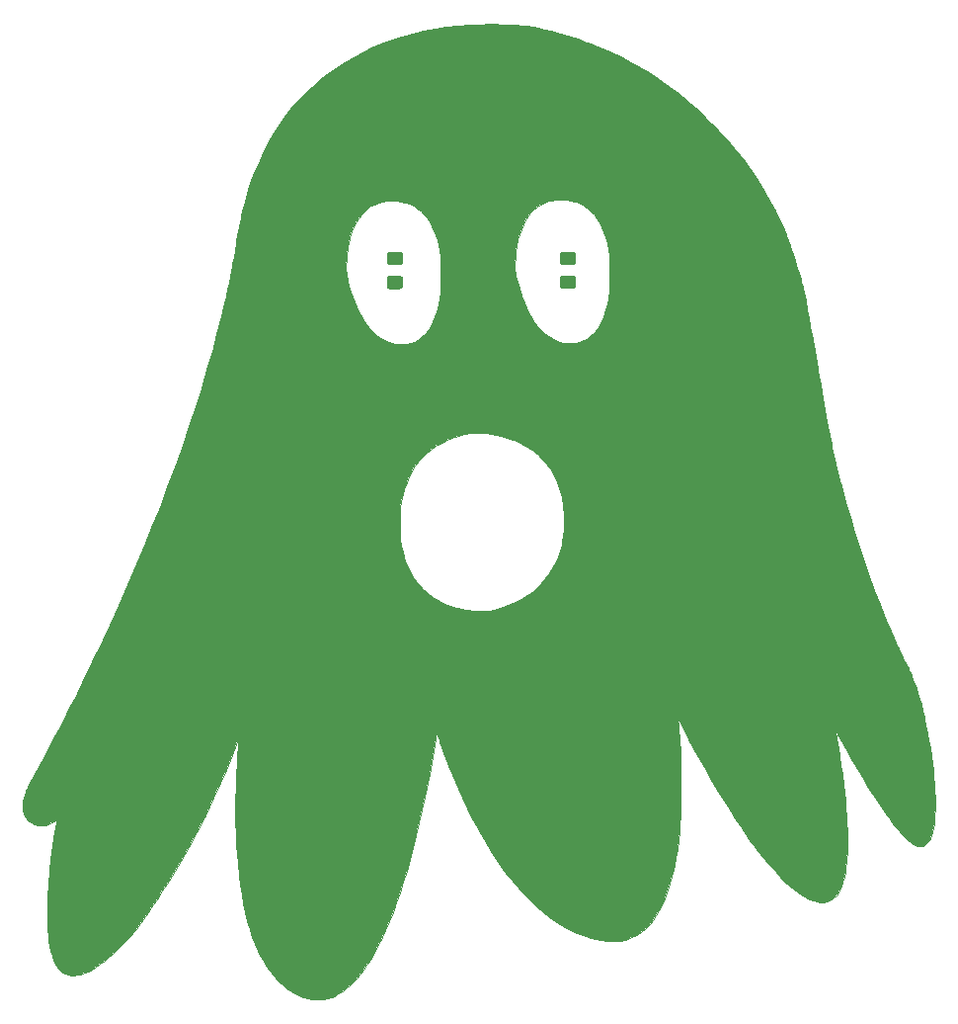
<source format=gbr>
%TF.GenerationSoftware,KiCad,Pcbnew,(5.1.7-0-10_14)*%
%TF.CreationDate,2020-10-21T09:07:25+08:00*%
%TF.ProjectId,HallowBadges,48616c6c-6f77-4426-9164-6765732e6b69,rev?*%
%TF.SameCoordinates,Original*%
%TF.FileFunction,Copper,L1,Top*%
%TF.FilePolarity,Positive*%
%FSLAX46Y46*%
G04 Gerber Fmt 4.6, Leading zero omitted, Abs format (unit mm)*
G04 Created by KiCad (PCBNEW (5.1.7-0-10_14)) date 2020-10-21 09:07:25*
%MOMM*%
%LPD*%
G01*
G04 APERTURE LIST*
%TA.AperFunction,EtchedComponent*%
%ADD10C,0.010000*%
%TD*%
%TA.AperFunction,ViaPad*%
%ADD11C,0.800000*%
%TD*%
%TA.AperFunction,Conductor*%
%ADD12C,0.500000*%
%TD*%
G04 APERTURE END LIST*
D10*
%TO.C,Ref\u002A\u002A*%
G36*
X134995515Y-48057622D02*
G01*
X135594784Y-48070080D01*
X136180298Y-48094300D01*
X136743007Y-48130092D01*
X137269644Y-48176836D01*
X137712049Y-48231528D01*
X138186297Y-48307333D01*
X138688230Y-48403087D01*
X139213693Y-48517625D01*
X139758530Y-48649783D01*
X140318584Y-48798398D01*
X140889700Y-48962304D01*
X141467721Y-49140339D01*
X142048492Y-49331337D01*
X142627855Y-49534134D01*
X143201657Y-49747567D01*
X143765739Y-49970471D01*
X143962988Y-50051711D01*
X144658499Y-50352388D01*
X145358884Y-50676599D01*
X146051871Y-51018323D01*
X146725190Y-51371536D01*
X147270894Y-51675165D01*
X148171075Y-52214334D01*
X149057475Y-52793433D01*
X149929883Y-53412296D01*
X150788089Y-54070755D01*
X151631885Y-54768643D01*
X152461061Y-55505791D01*
X153275407Y-56282034D01*
X154074712Y-57097202D01*
X154134790Y-57160690D01*
X154847701Y-57942410D01*
X155530463Y-58744698D01*
X156181790Y-59565575D01*
X156800396Y-60403058D01*
X157384995Y-61255168D01*
X157934300Y-62119922D01*
X158447026Y-62995340D01*
X158921885Y-63879442D01*
X159357593Y-64770245D01*
X159752862Y-65665769D01*
X159914125Y-66062014D01*
X159976321Y-66219912D01*
X160033935Y-66368654D01*
X160088576Y-66512889D01*
X160141855Y-66657267D01*
X160195381Y-66806436D01*
X160250764Y-66965048D01*
X160309615Y-67137751D01*
X160373542Y-67329194D01*
X160444155Y-67544029D01*
X160523065Y-67786903D01*
X160611881Y-68062467D01*
X160676976Y-68265340D01*
X160802925Y-68659739D01*
X160916132Y-69017447D01*
X161017490Y-69341849D01*
X161107896Y-69636330D01*
X161188245Y-69904275D01*
X161259433Y-70149070D01*
X161322355Y-70374098D01*
X161377906Y-70582746D01*
X161426983Y-70778399D01*
X161470480Y-70964441D01*
X161509293Y-71144257D01*
X161544317Y-71321234D01*
X161576449Y-71498754D01*
X161606583Y-71680205D01*
X161635615Y-71868970D01*
X161642351Y-71914597D01*
X161670154Y-72101582D01*
X161697513Y-72279408D01*
X161725355Y-72453218D01*
X161754610Y-72628153D01*
X161786204Y-72809356D01*
X161821067Y-73001970D01*
X161860125Y-73211136D01*
X161904308Y-73441997D01*
X161954544Y-73699695D01*
X162011760Y-73989372D01*
X162065779Y-74260595D01*
X162105006Y-74457109D01*
X162140689Y-74636360D01*
X162173398Y-74801586D01*
X162203706Y-74956023D01*
X162232182Y-75102910D01*
X162259400Y-75245483D01*
X162285931Y-75386979D01*
X162312345Y-75530636D01*
X162339215Y-75679690D01*
X162367112Y-75837378D01*
X162396608Y-76006939D01*
X162428273Y-76191609D01*
X162462680Y-76394624D01*
X162500400Y-76619223D01*
X162542004Y-76868643D01*
X162588064Y-77146120D01*
X162639151Y-77454891D01*
X162695837Y-77798195D01*
X162758694Y-78179267D01*
X162774510Y-78275180D01*
X162881213Y-78920101D01*
X162982242Y-79525835D01*
X163078144Y-80095073D01*
X163169463Y-80630501D01*
X163256747Y-81134809D01*
X163340541Y-81610684D01*
X163421390Y-82060815D01*
X163499842Y-82487890D01*
X163576442Y-82894598D01*
X163651736Y-83283627D01*
X163726270Y-83657665D01*
X163800590Y-84019400D01*
X163875242Y-84371520D01*
X163950772Y-84716715D01*
X164027725Y-85057672D01*
X164106649Y-85397080D01*
X164188089Y-85737626D01*
X164272590Y-86082000D01*
X164360699Y-86432889D01*
X164452962Y-86792982D01*
X164549925Y-87164967D01*
X164652134Y-87551533D01*
X164678902Y-87652014D01*
X165040010Y-88969583D01*
X165417474Y-90277001D01*
X165810184Y-91571094D01*
X166217029Y-92848690D01*
X166636898Y-94106615D01*
X167068683Y-95341696D01*
X167511271Y-96550761D01*
X167963554Y-97730636D01*
X168424419Y-98878148D01*
X168892758Y-99990124D01*
X169367460Y-101063392D01*
X169387024Y-101106482D01*
X169489416Y-101329715D01*
X169600183Y-101567528D01*
X169716143Y-101813332D01*
X169834116Y-102060542D01*
X169950922Y-102302569D01*
X170063380Y-102532826D01*
X170168308Y-102744726D01*
X170262528Y-102931681D01*
X170342858Y-103087104D01*
X170348410Y-103097638D01*
X170415369Y-103227219D01*
X170478477Y-103355732D01*
X170540138Y-103488879D01*
X170602758Y-103632359D01*
X170668741Y-103791871D01*
X170740492Y-103973115D01*
X170820417Y-104181792D01*
X170910919Y-104423601D01*
X170932998Y-104483191D01*
X171087167Y-104916804D01*
X171232893Y-105362273D01*
X171371885Y-105825565D01*
X171505848Y-106312652D01*
X171636488Y-106829501D01*
X171765513Y-107382083D01*
X171779132Y-107442847D01*
X171919556Y-108097159D01*
X172049312Y-108753380D01*
X172168147Y-109408715D01*
X172275805Y-110060369D01*
X172372032Y-110705546D01*
X172456574Y-111341451D01*
X172529176Y-111965289D01*
X172589584Y-112574264D01*
X172637542Y-113165582D01*
X172672798Y-113736447D01*
X172695096Y-114284064D01*
X172704182Y-114805637D01*
X172699800Y-115298372D01*
X172681698Y-115759472D01*
X172649620Y-116186143D01*
X172607737Y-116544514D01*
X172549018Y-116902875D01*
X172478576Y-117221883D01*
X172395863Y-117503012D01*
X172300332Y-117747742D01*
X172191435Y-117957547D01*
X172068626Y-118133905D01*
X171983707Y-118228663D01*
X171873907Y-118331745D01*
X171776382Y-118403663D01*
X171680957Y-118449143D01*
X171577454Y-118472909D01*
X171455698Y-118479687D01*
X171443227Y-118479622D01*
X171295555Y-118468004D01*
X171152513Y-118433743D01*
X171004363Y-118373533D01*
X170841368Y-118284071D01*
X170809784Y-118264658D01*
X170601148Y-118119742D01*
X170377354Y-117935749D01*
X170138658Y-117713027D01*
X169885316Y-117451927D01*
X169617584Y-117152799D01*
X169335718Y-116815991D01*
X169039973Y-116441853D01*
X168730606Y-116030736D01*
X168407872Y-115582988D01*
X168072027Y-115098960D01*
X167723328Y-114579001D01*
X167362030Y-114023461D01*
X166988390Y-113432689D01*
X166602662Y-112807035D01*
X166205103Y-112146849D01*
X165795969Y-111452481D01*
X165687333Y-111265706D01*
X165575522Y-111071964D01*
X165450405Y-110853413D01*
X165315676Y-110616626D01*
X165175026Y-110368177D01*
X165032150Y-110114638D01*
X164890740Y-109862583D01*
X164754489Y-109618585D01*
X164627092Y-109389216D01*
X164512240Y-109181051D01*
X164413626Y-109000661D01*
X164383835Y-108945680D01*
X164325945Y-108839356D01*
X164273000Y-108743627D01*
X164229126Y-108665840D01*
X164198451Y-108613343D01*
X164187666Y-108596430D01*
X164166190Y-108568642D01*
X164163024Y-108577190D01*
X164169239Y-108607014D01*
X164180652Y-108663503D01*
X164197886Y-108756566D01*
X164220066Y-108880978D01*
X164246312Y-109031513D01*
X164275746Y-109202945D01*
X164307492Y-109390049D01*
X164340670Y-109587600D01*
X164374404Y-109790371D01*
X164407816Y-109993136D01*
X164440027Y-110190672D01*
X164470160Y-110377751D01*
X164497337Y-110549148D01*
X164519822Y-110694024D01*
X164643749Y-111529267D01*
X164754093Y-112327288D01*
X164851106Y-113090873D01*
X164935040Y-113822809D01*
X165006149Y-114525880D01*
X165064686Y-115202874D01*
X165110901Y-115856577D01*
X165145050Y-116489775D01*
X165167384Y-117105253D01*
X165178155Y-117705799D01*
X165179297Y-117964595D01*
X165178082Y-118313807D01*
X165174002Y-118627796D01*
X165166686Y-118913600D01*
X165155762Y-119178254D01*
X165140862Y-119428797D01*
X165121613Y-119672264D01*
X165097646Y-119915692D01*
X165068589Y-120166120D01*
X165059535Y-120238097D01*
X164989617Y-120701306D01*
X164903070Y-121126650D01*
X164800012Y-121514006D01*
X164680561Y-121863251D01*
X164544832Y-122174263D01*
X164392943Y-122446919D01*
X164225011Y-122681096D01*
X164041153Y-122876673D01*
X163841486Y-123033525D01*
X163626126Y-123151530D01*
X163395190Y-123230566D01*
X163148796Y-123270511D01*
X162887061Y-123271240D01*
X162610100Y-123232633D01*
X162318032Y-123154565D01*
X162288644Y-123144801D01*
X161956705Y-123014346D01*
X161613200Y-122843466D01*
X161258368Y-122632388D01*
X160892451Y-122381342D01*
X160515689Y-122090555D01*
X160128325Y-121760255D01*
X159730600Y-121390670D01*
X159322754Y-120982028D01*
X158905029Y-120534558D01*
X158477667Y-120048486D01*
X158040907Y-119524042D01*
X157594993Y-118961453D01*
X157140164Y-118360948D01*
X156940851Y-118089680D01*
X156490413Y-117458922D01*
X156029871Y-116790087D01*
X155560793Y-116085791D01*
X155084745Y-115348651D01*
X154603295Y-114581282D01*
X154118011Y-113786301D01*
X153630460Y-112966323D01*
X153142209Y-112123965D01*
X152654825Y-111261842D01*
X152169876Y-110382571D01*
X151688930Y-109488768D01*
X151213553Y-108583048D01*
X151019013Y-108205728D01*
X150936908Y-108045956D01*
X150860659Y-107898185D01*
X150792460Y-107766622D01*
X150734504Y-107655473D01*
X150688987Y-107568945D01*
X150658103Y-107511244D01*
X150644044Y-107486575D01*
X150643622Y-107486061D01*
X150638710Y-107495561D01*
X150643238Y-107534153D01*
X150643998Y-107538097D01*
X150649540Y-107578835D01*
X150657774Y-107656594D01*
X150668270Y-107766180D01*
X150680595Y-107902394D01*
X150694316Y-108060043D01*
X150709002Y-108233929D01*
X150724220Y-108418856D01*
X150739537Y-108609629D01*
X150754522Y-108801051D01*
X150768743Y-108987926D01*
X150781766Y-109165059D01*
X150793159Y-109327252D01*
X150794558Y-109347847D01*
X150853178Y-110335366D01*
X150895453Y-111317941D01*
X150921349Y-112290306D01*
X150930835Y-113247194D01*
X150923881Y-114183339D01*
X150900453Y-115093475D01*
X150860522Y-115972335D01*
X150836606Y-116364597D01*
X150774621Y-117164933D01*
X150696335Y-117939325D01*
X150602073Y-118685981D01*
X150492158Y-119403109D01*
X150366914Y-120088917D01*
X150226664Y-120741615D01*
X150071731Y-121359411D01*
X149902439Y-121940513D01*
X149744552Y-122412514D01*
X149532784Y-122964449D01*
X149305141Y-123477209D01*
X149061513Y-123950904D01*
X148801793Y-124385648D01*
X148525870Y-124781554D01*
X148233636Y-125138732D01*
X147924981Y-125457297D01*
X147599796Y-125737359D01*
X147257972Y-125979031D01*
X146899400Y-126182426D01*
X146523970Y-126347655D01*
X146131573Y-126474832D01*
X145722101Y-126564068D01*
X145704560Y-126566982D01*
X145332358Y-126609096D01*
X144937991Y-126617763D01*
X144524160Y-126593794D01*
X144093566Y-126538004D01*
X143648909Y-126451206D01*
X143192890Y-126334213D01*
X142728207Y-126187839D01*
X142257563Y-126012898D01*
X141783657Y-125810202D01*
X141309190Y-125580565D01*
X140836861Y-125324801D01*
X140369372Y-125043723D01*
X140128063Y-124887147D01*
X139562750Y-124488316D01*
X139002328Y-124047938D01*
X138447264Y-123566568D01*
X137898029Y-123044760D01*
X137355090Y-122483070D01*
X136818919Y-121882051D01*
X136289983Y-121242259D01*
X135768752Y-120564248D01*
X135255695Y-119848574D01*
X134751281Y-119095791D01*
X134255980Y-118306453D01*
X133770261Y-117481117D01*
X133582508Y-117147764D01*
X133124134Y-116297349D01*
X132674211Y-115409631D01*
X132234817Y-114489157D01*
X131808030Y-113540475D01*
X131395931Y-112568131D01*
X131000596Y-111576674D01*
X130824880Y-111115264D01*
X130755803Y-110928908D01*
X130679157Y-110718196D01*
X130597427Y-110490260D01*
X130513098Y-110252233D01*
X130428658Y-110011248D01*
X130346592Y-109774437D01*
X130269385Y-109548933D01*
X130199525Y-109341869D01*
X130139496Y-109160378D01*
X130092688Y-109014472D01*
X130057697Y-108905296D01*
X130026309Y-108811908D01*
X130000925Y-108741099D01*
X129983944Y-108699656D01*
X129978598Y-108691680D01*
X129970985Y-108711361D01*
X129959344Y-108765179D01*
X129945163Y-108845300D01*
X129929928Y-108943888D01*
X129927392Y-108961555D01*
X129908635Y-109088571D01*
X129883390Y-109251739D01*
X129852586Y-109445533D01*
X129817149Y-109664427D01*
X129778006Y-109902894D01*
X129736085Y-110155407D01*
X129692312Y-110416440D01*
X129647615Y-110680468D01*
X129602921Y-110941962D01*
X129559157Y-111195397D01*
X129517249Y-111435246D01*
X129478126Y-111655982D01*
X129442714Y-111852080D01*
X129440043Y-111866680D01*
X129214465Y-113060332D01*
X128980164Y-114225830D01*
X128737438Y-115362109D01*
X128486584Y-116468101D01*
X128227901Y-117542742D01*
X127961686Y-118584965D01*
X127688239Y-119593703D01*
X127407857Y-120567891D01*
X127120838Y-121506462D01*
X126827480Y-122408350D01*
X126528082Y-123272490D01*
X126222942Y-124097815D01*
X125912357Y-124883258D01*
X125596627Y-125627754D01*
X125583852Y-125656764D01*
X125504571Y-125832435D01*
X125410848Y-126033278D01*
X125306210Y-126252229D01*
X125194184Y-126482226D01*
X125078297Y-126716204D01*
X124962077Y-126947102D01*
X124849051Y-127167856D01*
X124742746Y-127371403D01*
X124646690Y-127550680D01*
X124564409Y-127698624D01*
X124562360Y-127702208D01*
X124273009Y-128190251D01*
X123985429Y-128639382D01*
X123697260Y-129052820D01*
X123406141Y-129433785D01*
X123109715Y-129785494D01*
X122805620Y-130111168D01*
X122771025Y-130146119D01*
X122511726Y-130396934D01*
X122265022Y-130614787D01*
X122024460Y-130804523D01*
X121783588Y-130970985D01*
X121535954Y-131119018D01*
X121334744Y-131224416D01*
X120967529Y-131384461D01*
X120597773Y-131502452D01*
X120225814Y-131578330D01*
X119851991Y-131612035D01*
X119476641Y-131603508D01*
X119283794Y-131582751D01*
X118931692Y-131516725D01*
X118572966Y-131413410D01*
X118204810Y-131271892D01*
X117914998Y-131137240D01*
X117506267Y-130912232D01*
X117116351Y-130653130D01*
X116744270Y-130358974D01*
X116389044Y-130028802D01*
X116049691Y-129661652D01*
X115725231Y-129256564D01*
X115414683Y-128812577D01*
X115209588Y-128485678D01*
X114926463Y-127981560D01*
X114659835Y-127438895D01*
X114409821Y-126858173D01*
X114176538Y-126239882D01*
X113960103Y-125584514D01*
X113760635Y-124892556D01*
X113578252Y-124164500D01*
X113413069Y-123400834D01*
X113265206Y-122602048D01*
X113134779Y-121768631D01*
X113021907Y-120901073D01*
X112926706Y-119999864D01*
X112849295Y-119065494D01*
X112812227Y-118502430D01*
X112798795Y-118272168D01*
X112787153Y-118058940D01*
X112777131Y-117856972D01*
X112768556Y-117660490D01*
X112761258Y-117463720D01*
X112755066Y-117260887D01*
X112749809Y-117046218D01*
X112745315Y-116813937D01*
X112741413Y-116558271D01*
X112737933Y-116273445D01*
X112734703Y-115953686D01*
X112733815Y-115856597D01*
X112730540Y-115100049D01*
X112734846Y-114373710D01*
X112747060Y-113666079D01*
X112767509Y-112965657D01*
X112796522Y-112260944D01*
X112834425Y-111540441D01*
X112875512Y-110882430D01*
X112888073Y-110698467D01*
X112902107Y-110500629D01*
X112917145Y-110294914D01*
X112932718Y-110087325D01*
X112948356Y-109883860D01*
X112963592Y-109690520D01*
X112977956Y-109513305D01*
X112990980Y-109358215D01*
X113002194Y-109231250D01*
X113011129Y-109138410D01*
X113013640Y-109115014D01*
X113011261Y-109099942D01*
X112996522Y-109124290D01*
X112969820Y-109187110D01*
X112931547Y-109287453D01*
X112882101Y-109424374D01*
X112868020Y-109464264D01*
X112408680Y-110716146D01*
X111908074Y-111976473D01*
X111366355Y-113244933D01*
X110783678Y-114521215D01*
X110160194Y-115805011D01*
X109496056Y-117096008D01*
X108791419Y-118393898D01*
X108046433Y-119698369D01*
X107261254Y-121009111D01*
X106852453Y-121668628D01*
X106626243Y-122026740D01*
X106394579Y-122388150D01*
X106159484Y-122749935D01*
X105922978Y-123109172D01*
X105687083Y-123462940D01*
X105453819Y-123808315D01*
X105225209Y-124142376D01*
X105003272Y-124462199D01*
X104790031Y-124764863D01*
X104587506Y-125047444D01*
X104397718Y-125307022D01*
X104222689Y-125540672D01*
X104064439Y-125745472D01*
X103924991Y-125918501D01*
X103859699Y-125995974D01*
X103462718Y-126444775D01*
X103063739Y-126869891D01*
X102664821Y-127269572D01*
X102268026Y-127642070D01*
X101875414Y-127985636D01*
X101489048Y-128298522D01*
X101110987Y-128578978D01*
X100743293Y-128825258D01*
X100388026Y-129035610D01*
X100106012Y-129180740D01*
X99772542Y-129325310D01*
X99457444Y-129431939D01*
X99160288Y-129500617D01*
X98880645Y-129531334D01*
X98618088Y-129524079D01*
X98372187Y-129478841D01*
X98142512Y-129395610D01*
X97928636Y-129274375D01*
X97737716Y-129122167D01*
X97560602Y-128934587D01*
X97398596Y-128712352D01*
X97251515Y-128454864D01*
X97119173Y-128161526D01*
X97001385Y-127831743D01*
X96897967Y-127464918D01*
X96808735Y-127060453D01*
X96733502Y-126617752D01*
X96672086Y-126136218D01*
X96624300Y-125615256D01*
X96615787Y-125498014D01*
X96608572Y-125364984D01*
X96602610Y-125196058D01*
X96597898Y-124997654D01*
X96594438Y-124776189D01*
X96592229Y-124538084D01*
X96591270Y-124289754D01*
X96591562Y-124037620D01*
X96593103Y-123788099D01*
X96595894Y-123547609D01*
X96599935Y-123322569D01*
X96605226Y-123119397D01*
X96611765Y-122944511D01*
X96615891Y-122862764D01*
X96689326Y-121769314D01*
X96786066Y-120674896D01*
X96906940Y-119572186D01*
X97052775Y-118453858D01*
X97224400Y-117312587D01*
X97287057Y-116928360D01*
X97314643Y-116761048D01*
X97339551Y-116607525D01*
X97361023Y-116472650D01*
X97378302Y-116361283D01*
X97390632Y-116278286D01*
X97397254Y-116228519D01*
X97398018Y-116215921D01*
X97378847Y-116224039D01*
X97332851Y-116250983D01*
X97268246Y-116291826D01*
X97232894Y-116315014D01*
X96969302Y-116470299D01*
X96704173Y-116588287D01*
X96440311Y-116668291D01*
X96180523Y-116709624D01*
X95927612Y-116711598D01*
X95728433Y-116683601D01*
X95515413Y-116618229D01*
X95307487Y-116516264D01*
X95111938Y-116383392D01*
X94936051Y-116225298D01*
X94787111Y-116047665D01*
X94675009Y-115861527D01*
X94621905Y-115748703D01*
X94581691Y-115649294D01*
X94552650Y-115554227D01*
X94533067Y-115454428D01*
X94521225Y-115340822D01*
X94515408Y-115204334D01*
X94513899Y-115035891D01*
X94513932Y-115009930D01*
X94516174Y-114829621D01*
X94523334Y-114677225D01*
X94537329Y-114541115D01*
X94560074Y-114409668D01*
X94593486Y-114271258D01*
X94639480Y-114114260D01*
X94684881Y-113972764D01*
X94718909Y-113872156D01*
X94753938Y-113775853D01*
X94792012Y-113679682D01*
X94835178Y-113579470D01*
X94885480Y-113471044D01*
X94944964Y-113350231D01*
X95015675Y-113212859D01*
X95099657Y-113054754D01*
X95198957Y-112871745D01*
X95315619Y-112659658D01*
X95426659Y-112459347D01*
X95840456Y-111708421D01*
X96266883Y-110922524D01*
X96703578Y-110106278D01*
X97148182Y-109264301D01*
X97598333Y-108401213D01*
X98051671Y-107521636D01*
X98505836Y-106630189D01*
X98958466Y-105731492D01*
X99407201Y-104830165D01*
X99849680Y-103930829D01*
X100283543Y-103038102D01*
X100706428Y-102156606D01*
X100910020Y-101727847D01*
X101767521Y-99893588D01*
X102597163Y-98074290D01*
X103398676Y-96270688D01*
X104171791Y-94483521D01*
X104916238Y-92713523D01*
X105631750Y-90961433D01*
X105699095Y-90791335D01*
X126804007Y-90791335D01*
X126809033Y-91222631D01*
X126824779Y-91557625D01*
X126877974Y-92151297D01*
X126958454Y-92713885D01*
X127066815Y-93247165D01*
X127203655Y-93752913D01*
X127369569Y-94232904D01*
X127565154Y-94688916D01*
X127791005Y-95122724D01*
X128047720Y-95536104D01*
X128260208Y-95832930D01*
X128351037Y-95944915D01*
X128467315Y-96076459D01*
X128601764Y-96220286D01*
X128747109Y-96369120D01*
X128896072Y-96515685D01*
X129041377Y-96652704D01*
X129175748Y-96772900D01*
X129291907Y-96868998D01*
X129310977Y-96883673D01*
X129748140Y-97189692D01*
X130204782Y-97459232D01*
X130682060Y-97692798D01*
X131181130Y-97890900D01*
X131703149Y-98054044D01*
X132249276Y-98182739D01*
X132290744Y-98190920D01*
X132721639Y-98265276D01*
X133131220Y-98316668D01*
X133516624Y-98344952D01*
X133874990Y-98349985D01*
X134203457Y-98331624D01*
X134448489Y-98299010D01*
X134918210Y-98201860D01*
X135399882Y-98072588D01*
X135882611Y-97914713D01*
X136355503Y-97731754D01*
X136746425Y-97556834D01*
X137257988Y-97290751D01*
X137737635Y-96997270D01*
X138184963Y-96676917D01*
X138599568Y-96330222D01*
X138981047Y-95957713D01*
X139328998Y-95559917D01*
X139643016Y-95137362D01*
X139922699Y-94690578D01*
X140167643Y-94220092D01*
X140377446Y-93726432D01*
X140551703Y-93210127D01*
X140690013Y-92671705D01*
X140763010Y-92295066D01*
X140802286Y-92046784D01*
X140832902Y-91812890D01*
X140855680Y-91582763D01*
X140871441Y-91345784D01*
X140881007Y-91091331D01*
X140885199Y-90808786D01*
X140885540Y-90710597D01*
X140879768Y-90277824D01*
X140860794Y-89875854D01*
X140827694Y-89494976D01*
X140779545Y-89125481D01*
X140715426Y-88757657D01*
X140686427Y-88615097D01*
X140551192Y-88065460D01*
X140383206Y-87542290D01*
X140182632Y-87045811D01*
X139949635Y-86576244D01*
X139684376Y-86133811D01*
X139387020Y-85718734D01*
X139057731Y-85331236D01*
X138696671Y-84971539D01*
X138304005Y-84639865D01*
X137879896Y-84336436D01*
X137424507Y-84061475D01*
X137276548Y-83981810D01*
X136793737Y-83751547D01*
X136283265Y-83552056D01*
X135744651Y-83383192D01*
X135177417Y-83244808D01*
X134581084Y-83136761D01*
X134401560Y-83110935D01*
X134238126Y-83092945D01*
X134049080Y-83079081D01*
X133844248Y-83069492D01*
X133633454Y-83064324D01*
X133426524Y-83063726D01*
X133233285Y-83067846D01*
X133063560Y-83076833D01*
X132941060Y-83088936D01*
X132378525Y-83183574D01*
X131821715Y-83319103D01*
X131268894Y-83495805D01*
X131123869Y-83552094D01*
X130952644Y-83625693D01*
X130765095Y-83711767D01*
X130571102Y-83805481D01*
X130380541Y-83902000D01*
X130203293Y-83996488D01*
X130049233Y-84084112D01*
X129977727Y-84127777D01*
X129547588Y-84423601D01*
X129148078Y-84748536D01*
X128779359Y-85102300D01*
X128441595Y-85484610D01*
X128134949Y-85895185D01*
X127859583Y-86333742D01*
X127615661Y-86799999D01*
X127403346Y-87293674D01*
X127222800Y-87814484D01*
X127074187Y-88362147D01*
X126957670Y-88936382D01*
X126878314Y-89493514D01*
X126839050Y-89911268D01*
X126814147Y-90349045D01*
X126804007Y-90791335D01*
X105699095Y-90791335D01*
X106318056Y-89227987D01*
X106974887Y-87513921D01*
X107601974Y-85819973D01*
X108199049Y-84146879D01*
X108765841Y-82495377D01*
X109302082Y-80866202D01*
X109807502Y-79260092D01*
X110281833Y-77677783D01*
X110724805Y-76120013D01*
X111136148Y-74587518D01*
X111515595Y-73081034D01*
X111773495Y-71992941D01*
X111910470Y-71391675D01*
X112037506Y-70818239D01*
X112156260Y-70264235D01*
X112268383Y-69721263D01*
X112375531Y-69180924D01*
X112429827Y-68895336D01*
X122215565Y-68895336D01*
X122221728Y-69150676D01*
X122238938Y-69376431D01*
X122264181Y-69549116D01*
X122360647Y-69999907D01*
X122479274Y-70462681D01*
X122617262Y-70929410D01*
X122771813Y-71392067D01*
X122940128Y-71842623D01*
X123119409Y-72273052D01*
X123306856Y-72675325D01*
X123451193Y-72953865D01*
X123702022Y-73383623D01*
X123965174Y-73774076D01*
X124240410Y-74125020D01*
X124527492Y-74436250D01*
X124826179Y-74707562D01*
X125136232Y-74938751D01*
X125457413Y-75129613D01*
X125789482Y-75279943D01*
X126132199Y-75389537D01*
X126358227Y-75438419D01*
X126571167Y-75465859D01*
X126807415Y-75478844D01*
X127050483Y-75477349D01*
X127283881Y-75461347D01*
X127440960Y-75440103D01*
X127772952Y-75362766D01*
X128086155Y-75247532D01*
X128380440Y-75094505D01*
X128655681Y-74903786D01*
X128911749Y-74675477D01*
X129148516Y-74409682D01*
X129365856Y-74106501D01*
X129563639Y-73766038D01*
X129584368Y-73725979D01*
X129755682Y-73354356D01*
X129906783Y-72948608D01*
X130037863Y-72508007D01*
X130149118Y-72031829D01*
X130240740Y-71519347D01*
X130307879Y-71015014D01*
X130317554Y-70905737D01*
X130326334Y-70760138D01*
X130334148Y-70584222D01*
X130340923Y-70383992D01*
X130346590Y-70165452D01*
X130351076Y-69934606D01*
X130354311Y-69697457D01*
X130356223Y-69460009D01*
X130356742Y-69228267D01*
X130355797Y-69008233D01*
X130353315Y-68805913D01*
X130353103Y-68796639D01*
X136696113Y-68796639D01*
X136696399Y-68962197D01*
X136700717Y-69097997D01*
X136704501Y-69152347D01*
X136728608Y-69347572D01*
X136768631Y-69575500D01*
X136822964Y-69830299D01*
X136890003Y-70106133D01*
X136968141Y-70397169D01*
X137055774Y-70697573D01*
X137151296Y-71001511D01*
X137253102Y-71303150D01*
X137359588Y-71596656D01*
X137420883Y-71755847D01*
X137495535Y-71936966D01*
X137584221Y-72138301D01*
X137682426Y-72350570D01*
X137785630Y-72564493D01*
X137889317Y-72770787D01*
X137988969Y-72960172D01*
X138080068Y-73123367D01*
X138116345Y-73184597D01*
X138375107Y-73581386D01*
X138646532Y-73939561D01*
X138930118Y-74258836D01*
X139225365Y-74538927D01*
X139531771Y-74779552D01*
X139848836Y-74980424D01*
X140176059Y-75141260D01*
X140512939Y-75261776D01*
X140858975Y-75341688D01*
X141213665Y-75380710D01*
X141576509Y-75378560D01*
X141915727Y-75340197D01*
X142242826Y-75266166D01*
X142552340Y-75153929D01*
X142843933Y-75003937D01*
X143117269Y-74816646D01*
X143372011Y-74592507D01*
X143607825Y-74331974D01*
X143824373Y-74035501D01*
X144021319Y-73703540D01*
X144198328Y-73336545D01*
X144355064Y-72934969D01*
X144491189Y-72499265D01*
X144606369Y-72029886D01*
X144688019Y-71601994D01*
X144716665Y-71427996D01*
X144741093Y-71270511D01*
X144761634Y-71124263D01*
X144778618Y-70983980D01*
X144792374Y-70844386D01*
X144803232Y-70700206D01*
X144811523Y-70546167D01*
X144817575Y-70376993D01*
X144821719Y-70187411D01*
X144824285Y-69972145D01*
X144825603Y-69725922D01*
X144826002Y-69443467D01*
X144826003Y-69395764D01*
X144825737Y-69117984D01*
X144824801Y-68877344D01*
X144822871Y-68668648D01*
X144819627Y-68486704D01*
X144814748Y-68326318D01*
X144807912Y-68182296D01*
X144798797Y-68049446D01*
X144787083Y-67922574D01*
X144772448Y-67796487D01*
X144754571Y-67665990D01*
X144733130Y-67525891D01*
X144707805Y-67370996D01*
X144696579Y-67304113D01*
X144594672Y-66788373D01*
X144468382Y-66303883D01*
X144318087Y-65851169D01*
X144144165Y-65430757D01*
X143946995Y-65043172D01*
X143726957Y-64688941D01*
X143484428Y-64368588D01*
X143219786Y-64082641D01*
X142933412Y-63831625D01*
X142625683Y-63616065D01*
X142296978Y-63436487D01*
X141947675Y-63293418D01*
X141767560Y-63236354D01*
X141579384Y-63185725D01*
X141405637Y-63147443D01*
X141235194Y-63120091D01*
X141056933Y-63102255D01*
X140859732Y-63092517D01*
X140632467Y-63089461D01*
X140613977Y-63089462D01*
X140398101Y-63092004D01*
X140213840Y-63100111D01*
X140050691Y-63115076D01*
X139898152Y-63138194D01*
X139745719Y-63170758D01*
X139582890Y-63214062D01*
X139568270Y-63218269D01*
X139223281Y-63339464D01*
X138899107Y-63497290D01*
X138595977Y-63691384D01*
X138314121Y-63921386D01*
X138053766Y-64186935D01*
X137815144Y-64487670D01*
X137598484Y-64823229D01*
X137404013Y-65193252D01*
X137231963Y-65597377D01*
X137082561Y-66035244D01*
X136956038Y-66506490D01*
X136852623Y-67010756D01*
X136772544Y-67547679D01*
X136761713Y-67638324D01*
X136744318Y-67809947D01*
X136729094Y-68001094D01*
X136716351Y-68203550D01*
X136706400Y-68409102D01*
X136699551Y-68609536D01*
X136696113Y-68796639D01*
X130353103Y-68796639D01*
X130349227Y-68627308D01*
X130343460Y-68478424D01*
X130338845Y-68401355D01*
X130291792Y-67912267D01*
X130222333Y-67432835D01*
X130131712Y-66968092D01*
X130021171Y-66523073D01*
X129891953Y-66102811D01*
X129745301Y-65712340D01*
X129591918Y-65375476D01*
X129380570Y-64993181D01*
X129147832Y-64647388D01*
X128893759Y-64338129D01*
X128618403Y-64065440D01*
X128321820Y-63829355D01*
X128004064Y-63629908D01*
X127665188Y-63467133D01*
X127305248Y-63341065D01*
X126924296Y-63251738D01*
X126522387Y-63199186D01*
X126130964Y-63183347D01*
X125730745Y-63201916D01*
X125350918Y-63257523D01*
X124991648Y-63350017D01*
X124653102Y-63479247D01*
X124335444Y-63645063D01*
X124038839Y-63847314D01*
X123763453Y-64085849D01*
X123509452Y-64360518D01*
X123277001Y-64671169D01*
X123066264Y-65017652D01*
X122877408Y-65399817D01*
X122710597Y-65817512D01*
X122565998Y-66270587D01*
X122508378Y-66485347D01*
X122442841Y-66768034D01*
X122384644Y-67067653D01*
X122334251Y-67378391D01*
X122292126Y-67694431D01*
X122258731Y-68009961D01*
X122234530Y-68319164D01*
X122219987Y-68616228D01*
X122215565Y-68895336D01*
X112429827Y-68895336D01*
X112479358Y-68634820D01*
X112581517Y-68074551D01*
X112683662Y-67491717D01*
X112787447Y-66877921D01*
X112822648Y-66665264D01*
X112897380Y-66219435D01*
X112968873Y-65809943D01*
X113038300Y-65431021D01*
X113106832Y-65076904D01*
X113175641Y-64741825D01*
X113245898Y-64420018D01*
X113318777Y-64105716D01*
X113395448Y-63793154D01*
X113448569Y-63585514D01*
X113716687Y-62626196D01*
X114014988Y-61696218D01*
X114343410Y-60795660D01*
X114701892Y-59924600D01*
X115090373Y-59083117D01*
X115508791Y-58271292D01*
X115957084Y-57489204D01*
X116435191Y-56736931D01*
X116943052Y-56014555D01*
X117480603Y-55322153D01*
X118047785Y-54659805D01*
X118644535Y-54027592D01*
X119270792Y-53425591D01*
X119926495Y-52853883D01*
X120611582Y-52312547D01*
X121325991Y-51801662D01*
X122069662Y-51321308D01*
X122842533Y-50871565D01*
X123585394Y-50481871D01*
X124408552Y-50094566D01*
X125257836Y-49739960D01*
X126132157Y-49418322D01*
X127030430Y-49129924D01*
X127951567Y-48875034D01*
X128894482Y-48653922D01*
X129858087Y-48466859D01*
X130841296Y-48314114D01*
X131843023Y-48195958D01*
X132862179Y-48112660D01*
X133205644Y-48092683D01*
X133791896Y-48068736D01*
X134391536Y-48057111D01*
X134995515Y-48057622D01*
G37*
X134995515Y-48057622D02*
X135594784Y-48070080D01*
X136180298Y-48094300D01*
X136743007Y-48130092D01*
X137269644Y-48176836D01*
X137712049Y-48231528D01*
X138186297Y-48307333D01*
X138688230Y-48403087D01*
X139213693Y-48517625D01*
X139758530Y-48649783D01*
X140318584Y-48798398D01*
X140889700Y-48962304D01*
X141467721Y-49140339D01*
X142048492Y-49331337D01*
X142627855Y-49534134D01*
X143201657Y-49747567D01*
X143765739Y-49970471D01*
X143962988Y-50051711D01*
X144658499Y-50352388D01*
X145358884Y-50676599D01*
X146051871Y-51018323D01*
X146725190Y-51371536D01*
X147270894Y-51675165D01*
X148171075Y-52214334D01*
X149057475Y-52793433D01*
X149929883Y-53412296D01*
X150788089Y-54070755D01*
X151631885Y-54768643D01*
X152461061Y-55505791D01*
X153275407Y-56282034D01*
X154074712Y-57097202D01*
X154134790Y-57160690D01*
X154847701Y-57942410D01*
X155530463Y-58744698D01*
X156181790Y-59565575D01*
X156800396Y-60403058D01*
X157384995Y-61255168D01*
X157934300Y-62119922D01*
X158447026Y-62995340D01*
X158921885Y-63879442D01*
X159357593Y-64770245D01*
X159752862Y-65665769D01*
X159914125Y-66062014D01*
X159976321Y-66219912D01*
X160033935Y-66368654D01*
X160088576Y-66512889D01*
X160141855Y-66657267D01*
X160195381Y-66806436D01*
X160250764Y-66965048D01*
X160309615Y-67137751D01*
X160373542Y-67329194D01*
X160444155Y-67544029D01*
X160523065Y-67786903D01*
X160611881Y-68062467D01*
X160676976Y-68265340D01*
X160802925Y-68659739D01*
X160916132Y-69017447D01*
X161017490Y-69341849D01*
X161107896Y-69636330D01*
X161188245Y-69904275D01*
X161259433Y-70149070D01*
X161322355Y-70374098D01*
X161377906Y-70582746D01*
X161426983Y-70778399D01*
X161470480Y-70964441D01*
X161509293Y-71144257D01*
X161544317Y-71321234D01*
X161576449Y-71498754D01*
X161606583Y-71680205D01*
X161635615Y-71868970D01*
X161642351Y-71914597D01*
X161670154Y-72101582D01*
X161697513Y-72279408D01*
X161725355Y-72453218D01*
X161754610Y-72628153D01*
X161786204Y-72809356D01*
X161821067Y-73001970D01*
X161860125Y-73211136D01*
X161904308Y-73441997D01*
X161954544Y-73699695D01*
X162011760Y-73989372D01*
X162065779Y-74260595D01*
X162105006Y-74457109D01*
X162140689Y-74636360D01*
X162173398Y-74801586D01*
X162203706Y-74956023D01*
X162232182Y-75102910D01*
X162259400Y-75245483D01*
X162285931Y-75386979D01*
X162312345Y-75530636D01*
X162339215Y-75679690D01*
X162367112Y-75837378D01*
X162396608Y-76006939D01*
X162428273Y-76191609D01*
X162462680Y-76394624D01*
X162500400Y-76619223D01*
X162542004Y-76868643D01*
X162588064Y-77146120D01*
X162639151Y-77454891D01*
X162695837Y-77798195D01*
X162758694Y-78179267D01*
X162774510Y-78275180D01*
X162881213Y-78920101D01*
X162982242Y-79525835D01*
X163078144Y-80095073D01*
X163169463Y-80630501D01*
X163256747Y-81134809D01*
X163340541Y-81610684D01*
X163421390Y-82060815D01*
X163499842Y-82487890D01*
X163576442Y-82894598D01*
X163651736Y-83283627D01*
X163726270Y-83657665D01*
X163800590Y-84019400D01*
X163875242Y-84371520D01*
X163950772Y-84716715D01*
X164027725Y-85057672D01*
X164106649Y-85397080D01*
X164188089Y-85737626D01*
X164272590Y-86082000D01*
X164360699Y-86432889D01*
X164452962Y-86792982D01*
X164549925Y-87164967D01*
X164652134Y-87551533D01*
X164678902Y-87652014D01*
X165040010Y-88969583D01*
X165417474Y-90277001D01*
X165810184Y-91571094D01*
X166217029Y-92848690D01*
X166636898Y-94106615D01*
X167068683Y-95341696D01*
X167511271Y-96550761D01*
X167963554Y-97730636D01*
X168424419Y-98878148D01*
X168892758Y-99990124D01*
X169367460Y-101063392D01*
X169387024Y-101106482D01*
X169489416Y-101329715D01*
X169600183Y-101567528D01*
X169716143Y-101813332D01*
X169834116Y-102060542D01*
X169950922Y-102302569D01*
X170063380Y-102532826D01*
X170168308Y-102744726D01*
X170262528Y-102931681D01*
X170342858Y-103087104D01*
X170348410Y-103097638D01*
X170415369Y-103227219D01*
X170478477Y-103355732D01*
X170540138Y-103488879D01*
X170602758Y-103632359D01*
X170668741Y-103791871D01*
X170740492Y-103973115D01*
X170820417Y-104181792D01*
X170910919Y-104423601D01*
X170932998Y-104483191D01*
X171087167Y-104916804D01*
X171232893Y-105362273D01*
X171371885Y-105825565D01*
X171505848Y-106312652D01*
X171636488Y-106829501D01*
X171765513Y-107382083D01*
X171779132Y-107442847D01*
X171919556Y-108097159D01*
X172049312Y-108753380D01*
X172168147Y-109408715D01*
X172275805Y-110060369D01*
X172372032Y-110705546D01*
X172456574Y-111341451D01*
X172529176Y-111965289D01*
X172589584Y-112574264D01*
X172637542Y-113165582D01*
X172672798Y-113736447D01*
X172695096Y-114284064D01*
X172704182Y-114805637D01*
X172699800Y-115298372D01*
X172681698Y-115759472D01*
X172649620Y-116186143D01*
X172607737Y-116544514D01*
X172549018Y-116902875D01*
X172478576Y-117221883D01*
X172395863Y-117503012D01*
X172300332Y-117747742D01*
X172191435Y-117957547D01*
X172068626Y-118133905D01*
X171983707Y-118228663D01*
X171873907Y-118331745D01*
X171776382Y-118403663D01*
X171680957Y-118449143D01*
X171577454Y-118472909D01*
X171455698Y-118479687D01*
X171443227Y-118479622D01*
X171295555Y-118468004D01*
X171152513Y-118433743D01*
X171004363Y-118373533D01*
X170841368Y-118284071D01*
X170809784Y-118264658D01*
X170601148Y-118119742D01*
X170377354Y-117935749D01*
X170138658Y-117713027D01*
X169885316Y-117451927D01*
X169617584Y-117152799D01*
X169335718Y-116815991D01*
X169039973Y-116441853D01*
X168730606Y-116030736D01*
X168407872Y-115582988D01*
X168072027Y-115098960D01*
X167723328Y-114579001D01*
X167362030Y-114023461D01*
X166988390Y-113432689D01*
X166602662Y-112807035D01*
X166205103Y-112146849D01*
X165795969Y-111452481D01*
X165687333Y-111265706D01*
X165575522Y-111071964D01*
X165450405Y-110853413D01*
X165315676Y-110616626D01*
X165175026Y-110368177D01*
X165032150Y-110114638D01*
X164890740Y-109862583D01*
X164754489Y-109618585D01*
X164627092Y-109389216D01*
X164512240Y-109181051D01*
X164413626Y-109000661D01*
X164383835Y-108945680D01*
X164325945Y-108839356D01*
X164273000Y-108743627D01*
X164229126Y-108665840D01*
X164198451Y-108613343D01*
X164187666Y-108596430D01*
X164166190Y-108568642D01*
X164163024Y-108577190D01*
X164169239Y-108607014D01*
X164180652Y-108663503D01*
X164197886Y-108756566D01*
X164220066Y-108880978D01*
X164246312Y-109031513D01*
X164275746Y-109202945D01*
X164307492Y-109390049D01*
X164340670Y-109587600D01*
X164374404Y-109790371D01*
X164407816Y-109993136D01*
X164440027Y-110190672D01*
X164470160Y-110377751D01*
X164497337Y-110549148D01*
X164519822Y-110694024D01*
X164643749Y-111529267D01*
X164754093Y-112327288D01*
X164851106Y-113090873D01*
X164935040Y-113822809D01*
X165006149Y-114525880D01*
X165064686Y-115202874D01*
X165110901Y-115856577D01*
X165145050Y-116489775D01*
X165167384Y-117105253D01*
X165178155Y-117705799D01*
X165179297Y-117964595D01*
X165178082Y-118313807D01*
X165174002Y-118627796D01*
X165166686Y-118913600D01*
X165155762Y-119178254D01*
X165140862Y-119428797D01*
X165121613Y-119672264D01*
X165097646Y-119915692D01*
X165068589Y-120166120D01*
X165059535Y-120238097D01*
X164989617Y-120701306D01*
X164903070Y-121126650D01*
X164800012Y-121514006D01*
X164680561Y-121863251D01*
X164544832Y-122174263D01*
X164392943Y-122446919D01*
X164225011Y-122681096D01*
X164041153Y-122876673D01*
X163841486Y-123033525D01*
X163626126Y-123151530D01*
X163395190Y-123230566D01*
X163148796Y-123270511D01*
X162887061Y-123271240D01*
X162610100Y-123232633D01*
X162318032Y-123154565D01*
X162288644Y-123144801D01*
X161956705Y-123014346D01*
X161613200Y-122843466D01*
X161258368Y-122632388D01*
X160892451Y-122381342D01*
X160515689Y-122090555D01*
X160128325Y-121760255D01*
X159730600Y-121390670D01*
X159322754Y-120982028D01*
X158905029Y-120534558D01*
X158477667Y-120048486D01*
X158040907Y-119524042D01*
X157594993Y-118961453D01*
X157140164Y-118360948D01*
X156940851Y-118089680D01*
X156490413Y-117458922D01*
X156029871Y-116790087D01*
X155560793Y-116085791D01*
X155084745Y-115348651D01*
X154603295Y-114581282D01*
X154118011Y-113786301D01*
X153630460Y-112966323D01*
X153142209Y-112123965D01*
X152654825Y-111261842D01*
X152169876Y-110382571D01*
X151688930Y-109488768D01*
X151213553Y-108583048D01*
X151019013Y-108205728D01*
X150936908Y-108045956D01*
X150860659Y-107898185D01*
X150792460Y-107766622D01*
X150734504Y-107655473D01*
X150688987Y-107568945D01*
X150658103Y-107511244D01*
X150644044Y-107486575D01*
X150643622Y-107486061D01*
X150638710Y-107495561D01*
X150643238Y-107534153D01*
X150643998Y-107538097D01*
X150649540Y-107578835D01*
X150657774Y-107656594D01*
X150668270Y-107766180D01*
X150680595Y-107902394D01*
X150694316Y-108060043D01*
X150709002Y-108233929D01*
X150724220Y-108418856D01*
X150739537Y-108609629D01*
X150754522Y-108801051D01*
X150768743Y-108987926D01*
X150781766Y-109165059D01*
X150793159Y-109327252D01*
X150794558Y-109347847D01*
X150853178Y-110335366D01*
X150895453Y-111317941D01*
X150921349Y-112290306D01*
X150930835Y-113247194D01*
X150923881Y-114183339D01*
X150900453Y-115093475D01*
X150860522Y-115972335D01*
X150836606Y-116364597D01*
X150774621Y-117164933D01*
X150696335Y-117939325D01*
X150602073Y-118685981D01*
X150492158Y-119403109D01*
X150366914Y-120088917D01*
X150226664Y-120741615D01*
X150071731Y-121359411D01*
X149902439Y-121940513D01*
X149744552Y-122412514D01*
X149532784Y-122964449D01*
X149305141Y-123477209D01*
X149061513Y-123950904D01*
X148801793Y-124385648D01*
X148525870Y-124781554D01*
X148233636Y-125138732D01*
X147924981Y-125457297D01*
X147599796Y-125737359D01*
X147257972Y-125979031D01*
X146899400Y-126182426D01*
X146523970Y-126347655D01*
X146131573Y-126474832D01*
X145722101Y-126564068D01*
X145704560Y-126566982D01*
X145332358Y-126609096D01*
X144937991Y-126617763D01*
X144524160Y-126593794D01*
X144093566Y-126538004D01*
X143648909Y-126451206D01*
X143192890Y-126334213D01*
X142728207Y-126187839D01*
X142257563Y-126012898D01*
X141783657Y-125810202D01*
X141309190Y-125580565D01*
X140836861Y-125324801D01*
X140369372Y-125043723D01*
X140128063Y-124887147D01*
X139562750Y-124488316D01*
X139002328Y-124047938D01*
X138447264Y-123566568D01*
X137898029Y-123044760D01*
X137355090Y-122483070D01*
X136818919Y-121882051D01*
X136289983Y-121242259D01*
X135768752Y-120564248D01*
X135255695Y-119848574D01*
X134751281Y-119095791D01*
X134255980Y-118306453D01*
X133770261Y-117481117D01*
X133582508Y-117147764D01*
X133124134Y-116297349D01*
X132674211Y-115409631D01*
X132234817Y-114489157D01*
X131808030Y-113540475D01*
X131395931Y-112568131D01*
X131000596Y-111576674D01*
X130824880Y-111115264D01*
X130755803Y-110928908D01*
X130679157Y-110718196D01*
X130597427Y-110490260D01*
X130513098Y-110252233D01*
X130428658Y-110011248D01*
X130346592Y-109774437D01*
X130269385Y-109548933D01*
X130199525Y-109341869D01*
X130139496Y-109160378D01*
X130092688Y-109014472D01*
X130057697Y-108905296D01*
X130026309Y-108811908D01*
X130000925Y-108741099D01*
X129983944Y-108699656D01*
X129978598Y-108691680D01*
X129970985Y-108711361D01*
X129959344Y-108765179D01*
X129945163Y-108845300D01*
X129929928Y-108943888D01*
X129927392Y-108961555D01*
X129908635Y-109088571D01*
X129883390Y-109251739D01*
X129852586Y-109445533D01*
X129817149Y-109664427D01*
X129778006Y-109902894D01*
X129736085Y-110155407D01*
X129692312Y-110416440D01*
X129647615Y-110680468D01*
X129602921Y-110941962D01*
X129559157Y-111195397D01*
X129517249Y-111435246D01*
X129478126Y-111655982D01*
X129442714Y-111852080D01*
X129440043Y-111866680D01*
X129214465Y-113060332D01*
X128980164Y-114225830D01*
X128737438Y-115362109D01*
X128486584Y-116468101D01*
X128227901Y-117542742D01*
X127961686Y-118584965D01*
X127688239Y-119593703D01*
X127407857Y-120567891D01*
X127120838Y-121506462D01*
X126827480Y-122408350D01*
X126528082Y-123272490D01*
X126222942Y-124097815D01*
X125912357Y-124883258D01*
X125596627Y-125627754D01*
X125583852Y-125656764D01*
X125504571Y-125832435D01*
X125410848Y-126033278D01*
X125306210Y-126252229D01*
X125194184Y-126482226D01*
X125078297Y-126716204D01*
X124962077Y-126947102D01*
X124849051Y-127167856D01*
X124742746Y-127371403D01*
X124646690Y-127550680D01*
X124564409Y-127698624D01*
X124562360Y-127702208D01*
X124273009Y-128190251D01*
X123985429Y-128639382D01*
X123697260Y-129052820D01*
X123406141Y-129433785D01*
X123109715Y-129785494D01*
X122805620Y-130111168D01*
X122771025Y-130146119D01*
X122511726Y-130396934D01*
X122265022Y-130614787D01*
X122024460Y-130804523D01*
X121783588Y-130970985D01*
X121535954Y-131119018D01*
X121334744Y-131224416D01*
X120967529Y-131384461D01*
X120597773Y-131502452D01*
X120225814Y-131578330D01*
X119851991Y-131612035D01*
X119476641Y-131603508D01*
X119283794Y-131582751D01*
X118931692Y-131516725D01*
X118572966Y-131413410D01*
X118204810Y-131271892D01*
X117914998Y-131137240D01*
X117506267Y-130912232D01*
X117116351Y-130653130D01*
X116744270Y-130358974D01*
X116389044Y-130028802D01*
X116049691Y-129661652D01*
X115725231Y-129256564D01*
X115414683Y-128812577D01*
X115209588Y-128485678D01*
X114926463Y-127981560D01*
X114659835Y-127438895D01*
X114409821Y-126858173D01*
X114176538Y-126239882D01*
X113960103Y-125584514D01*
X113760635Y-124892556D01*
X113578252Y-124164500D01*
X113413069Y-123400834D01*
X113265206Y-122602048D01*
X113134779Y-121768631D01*
X113021907Y-120901073D01*
X112926706Y-119999864D01*
X112849295Y-119065494D01*
X112812227Y-118502430D01*
X112798795Y-118272168D01*
X112787153Y-118058940D01*
X112777131Y-117856972D01*
X112768556Y-117660490D01*
X112761258Y-117463720D01*
X112755066Y-117260887D01*
X112749809Y-117046218D01*
X112745315Y-116813937D01*
X112741413Y-116558271D01*
X112737933Y-116273445D01*
X112734703Y-115953686D01*
X112733815Y-115856597D01*
X112730540Y-115100049D01*
X112734846Y-114373710D01*
X112747060Y-113666079D01*
X112767509Y-112965657D01*
X112796522Y-112260944D01*
X112834425Y-111540441D01*
X112875512Y-110882430D01*
X112888073Y-110698467D01*
X112902107Y-110500629D01*
X112917145Y-110294914D01*
X112932718Y-110087325D01*
X112948356Y-109883860D01*
X112963592Y-109690520D01*
X112977956Y-109513305D01*
X112990980Y-109358215D01*
X113002194Y-109231250D01*
X113011129Y-109138410D01*
X113013640Y-109115014D01*
X113011261Y-109099942D01*
X112996522Y-109124290D01*
X112969820Y-109187110D01*
X112931547Y-109287453D01*
X112882101Y-109424374D01*
X112868020Y-109464264D01*
X112408680Y-110716146D01*
X111908074Y-111976473D01*
X111366355Y-113244933D01*
X110783678Y-114521215D01*
X110160194Y-115805011D01*
X109496056Y-117096008D01*
X108791419Y-118393898D01*
X108046433Y-119698369D01*
X107261254Y-121009111D01*
X106852453Y-121668628D01*
X106626243Y-122026740D01*
X106394579Y-122388150D01*
X106159484Y-122749935D01*
X105922978Y-123109172D01*
X105687083Y-123462940D01*
X105453819Y-123808315D01*
X105225209Y-124142376D01*
X105003272Y-124462199D01*
X104790031Y-124764863D01*
X104587506Y-125047444D01*
X104397718Y-125307022D01*
X104222689Y-125540672D01*
X104064439Y-125745472D01*
X103924991Y-125918501D01*
X103859699Y-125995974D01*
X103462718Y-126444775D01*
X103063739Y-126869891D01*
X102664821Y-127269572D01*
X102268026Y-127642070D01*
X101875414Y-127985636D01*
X101489048Y-128298522D01*
X101110987Y-128578978D01*
X100743293Y-128825258D01*
X100388026Y-129035610D01*
X100106012Y-129180740D01*
X99772542Y-129325310D01*
X99457444Y-129431939D01*
X99160288Y-129500617D01*
X98880645Y-129531334D01*
X98618088Y-129524079D01*
X98372187Y-129478841D01*
X98142512Y-129395610D01*
X97928636Y-129274375D01*
X97737716Y-129122167D01*
X97560602Y-128934587D01*
X97398596Y-128712352D01*
X97251515Y-128454864D01*
X97119173Y-128161526D01*
X97001385Y-127831743D01*
X96897967Y-127464918D01*
X96808735Y-127060453D01*
X96733502Y-126617752D01*
X96672086Y-126136218D01*
X96624300Y-125615256D01*
X96615787Y-125498014D01*
X96608572Y-125364984D01*
X96602610Y-125196058D01*
X96597898Y-124997654D01*
X96594438Y-124776189D01*
X96592229Y-124538084D01*
X96591270Y-124289754D01*
X96591562Y-124037620D01*
X96593103Y-123788099D01*
X96595894Y-123547609D01*
X96599935Y-123322569D01*
X96605226Y-123119397D01*
X96611765Y-122944511D01*
X96615891Y-122862764D01*
X96689326Y-121769314D01*
X96786066Y-120674896D01*
X96906940Y-119572186D01*
X97052775Y-118453858D01*
X97224400Y-117312587D01*
X97287057Y-116928360D01*
X97314643Y-116761048D01*
X97339551Y-116607525D01*
X97361023Y-116472650D01*
X97378302Y-116361283D01*
X97390632Y-116278286D01*
X97397254Y-116228519D01*
X97398018Y-116215921D01*
X97378847Y-116224039D01*
X97332851Y-116250983D01*
X97268246Y-116291826D01*
X97232894Y-116315014D01*
X96969302Y-116470299D01*
X96704173Y-116588287D01*
X96440311Y-116668291D01*
X96180523Y-116709624D01*
X95927612Y-116711598D01*
X95728433Y-116683601D01*
X95515413Y-116618229D01*
X95307487Y-116516264D01*
X95111938Y-116383392D01*
X94936051Y-116225298D01*
X94787111Y-116047665D01*
X94675009Y-115861527D01*
X94621905Y-115748703D01*
X94581691Y-115649294D01*
X94552650Y-115554227D01*
X94533067Y-115454428D01*
X94521225Y-115340822D01*
X94515408Y-115204334D01*
X94513899Y-115035891D01*
X94513932Y-115009930D01*
X94516174Y-114829621D01*
X94523334Y-114677225D01*
X94537329Y-114541115D01*
X94560074Y-114409668D01*
X94593486Y-114271258D01*
X94639480Y-114114260D01*
X94684881Y-113972764D01*
X94718909Y-113872156D01*
X94753938Y-113775853D01*
X94792012Y-113679682D01*
X94835178Y-113579470D01*
X94885480Y-113471044D01*
X94944964Y-113350231D01*
X95015675Y-113212859D01*
X95099657Y-113054754D01*
X95198957Y-112871745D01*
X95315619Y-112659658D01*
X95426659Y-112459347D01*
X95840456Y-111708421D01*
X96266883Y-110922524D01*
X96703578Y-110106278D01*
X97148182Y-109264301D01*
X97598333Y-108401213D01*
X98051671Y-107521636D01*
X98505836Y-106630189D01*
X98958466Y-105731492D01*
X99407201Y-104830165D01*
X99849680Y-103930829D01*
X100283543Y-103038102D01*
X100706428Y-102156606D01*
X100910020Y-101727847D01*
X101767521Y-99893588D01*
X102597163Y-98074290D01*
X103398676Y-96270688D01*
X104171791Y-94483521D01*
X104916238Y-92713523D01*
X105631750Y-90961433D01*
X105699095Y-90791335D01*
X126804007Y-90791335D01*
X126809033Y-91222631D01*
X126824779Y-91557625D01*
X126877974Y-92151297D01*
X126958454Y-92713885D01*
X127066815Y-93247165D01*
X127203655Y-93752913D01*
X127369569Y-94232904D01*
X127565154Y-94688916D01*
X127791005Y-95122724D01*
X128047720Y-95536104D01*
X128260208Y-95832930D01*
X128351037Y-95944915D01*
X128467315Y-96076459D01*
X128601764Y-96220286D01*
X128747109Y-96369120D01*
X128896072Y-96515685D01*
X129041377Y-96652704D01*
X129175748Y-96772900D01*
X129291907Y-96868998D01*
X129310977Y-96883673D01*
X129748140Y-97189692D01*
X130204782Y-97459232D01*
X130682060Y-97692798D01*
X131181130Y-97890900D01*
X131703149Y-98054044D01*
X132249276Y-98182739D01*
X132290744Y-98190920D01*
X132721639Y-98265276D01*
X133131220Y-98316668D01*
X133516624Y-98344952D01*
X133874990Y-98349985D01*
X134203457Y-98331624D01*
X134448489Y-98299010D01*
X134918210Y-98201860D01*
X135399882Y-98072588D01*
X135882611Y-97914713D01*
X136355503Y-97731754D01*
X136746425Y-97556834D01*
X137257988Y-97290751D01*
X137737635Y-96997270D01*
X138184963Y-96676917D01*
X138599568Y-96330222D01*
X138981047Y-95957713D01*
X139328998Y-95559917D01*
X139643016Y-95137362D01*
X139922699Y-94690578D01*
X140167643Y-94220092D01*
X140377446Y-93726432D01*
X140551703Y-93210127D01*
X140690013Y-92671705D01*
X140763010Y-92295066D01*
X140802286Y-92046784D01*
X140832902Y-91812890D01*
X140855680Y-91582763D01*
X140871441Y-91345784D01*
X140881007Y-91091331D01*
X140885199Y-90808786D01*
X140885540Y-90710597D01*
X140879768Y-90277824D01*
X140860794Y-89875854D01*
X140827694Y-89494976D01*
X140779545Y-89125481D01*
X140715426Y-88757657D01*
X140686427Y-88615097D01*
X140551192Y-88065460D01*
X140383206Y-87542290D01*
X140182632Y-87045811D01*
X139949635Y-86576244D01*
X139684376Y-86133811D01*
X139387020Y-85718734D01*
X139057731Y-85331236D01*
X138696671Y-84971539D01*
X138304005Y-84639865D01*
X137879896Y-84336436D01*
X137424507Y-84061475D01*
X137276548Y-83981810D01*
X136793737Y-83751547D01*
X136283265Y-83552056D01*
X135744651Y-83383192D01*
X135177417Y-83244808D01*
X134581084Y-83136761D01*
X134401560Y-83110935D01*
X134238126Y-83092945D01*
X134049080Y-83079081D01*
X133844248Y-83069492D01*
X133633454Y-83064324D01*
X133426524Y-83063726D01*
X133233285Y-83067846D01*
X133063560Y-83076833D01*
X132941060Y-83088936D01*
X132378525Y-83183574D01*
X131821715Y-83319103D01*
X131268894Y-83495805D01*
X131123869Y-83552094D01*
X130952644Y-83625693D01*
X130765095Y-83711767D01*
X130571102Y-83805481D01*
X130380541Y-83902000D01*
X130203293Y-83996488D01*
X130049233Y-84084112D01*
X129977727Y-84127777D01*
X129547588Y-84423601D01*
X129148078Y-84748536D01*
X128779359Y-85102300D01*
X128441595Y-85484610D01*
X128134949Y-85895185D01*
X127859583Y-86333742D01*
X127615661Y-86799999D01*
X127403346Y-87293674D01*
X127222800Y-87814484D01*
X127074187Y-88362147D01*
X126957670Y-88936382D01*
X126878314Y-89493514D01*
X126839050Y-89911268D01*
X126814147Y-90349045D01*
X126804007Y-90791335D01*
X105699095Y-90791335D01*
X106318056Y-89227987D01*
X106974887Y-87513921D01*
X107601974Y-85819973D01*
X108199049Y-84146879D01*
X108765841Y-82495377D01*
X109302082Y-80866202D01*
X109807502Y-79260092D01*
X110281833Y-77677783D01*
X110724805Y-76120013D01*
X111136148Y-74587518D01*
X111515595Y-73081034D01*
X111773495Y-71992941D01*
X111910470Y-71391675D01*
X112037506Y-70818239D01*
X112156260Y-70264235D01*
X112268383Y-69721263D01*
X112375531Y-69180924D01*
X112429827Y-68895336D01*
X122215565Y-68895336D01*
X122221728Y-69150676D01*
X122238938Y-69376431D01*
X122264181Y-69549116D01*
X122360647Y-69999907D01*
X122479274Y-70462681D01*
X122617262Y-70929410D01*
X122771813Y-71392067D01*
X122940128Y-71842623D01*
X123119409Y-72273052D01*
X123306856Y-72675325D01*
X123451193Y-72953865D01*
X123702022Y-73383623D01*
X123965174Y-73774076D01*
X124240410Y-74125020D01*
X124527492Y-74436250D01*
X124826179Y-74707562D01*
X125136232Y-74938751D01*
X125457413Y-75129613D01*
X125789482Y-75279943D01*
X126132199Y-75389537D01*
X126358227Y-75438419D01*
X126571167Y-75465859D01*
X126807415Y-75478844D01*
X127050483Y-75477349D01*
X127283881Y-75461347D01*
X127440960Y-75440103D01*
X127772952Y-75362766D01*
X128086155Y-75247532D01*
X128380440Y-75094505D01*
X128655681Y-74903786D01*
X128911749Y-74675477D01*
X129148516Y-74409682D01*
X129365856Y-74106501D01*
X129563639Y-73766038D01*
X129584368Y-73725979D01*
X129755682Y-73354356D01*
X129906783Y-72948608D01*
X130037863Y-72508007D01*
X130149118Y-72031829D01*
X130240740Y-71519347D01*
X130307879Y-71015014D01*
X130317554Y-70905737D01*
X130326334Y-70760138D01*
X130334148Y-70584222D01*
X130340923Y-70383992D01*
X130346590Y-70165452D01*
X130351076Y-69934606D01*
X130354311Y-69697457D01*
X130356223Y-69460009D01*
X130356742Y-69228267D01*
X130355797Y-69008233D01*
X130353315Y-68805913D01*
X130353103Y-68796639D01*
X136696113Y-68796639D01*
X136696399Y-68962197D01*
X136700717Y-69097997D01*
X136704501Y-69152347D01*
X136728608Y-69347572D01*
X136768631Y-69575500D01*
X136822964Y-69830299D01*
X136890003Y-70106133D01*
X136968141Y-70397169D01*
X137055774Y-70697573D01*
X137151296Y-71001511D01*
X137253102Y-71303150D01*
X137359588Y-71596656D01*
X137420883Y-71755847D01*
X137495535Y-71936966D01*
X137584221Y-72138301D01*
X137682426Y-72350570D01*
X137785630Y-72564493D01*
X137889317Y-72770787D01*
X137988969Y-72960172D01*
X138080068Y-73123367D01*
X138116345Y-73184597D01*
X138375107Y-73581386D01*
X138646532Y-73939561D01*
X138930118Y-74258836D01*
X139225365Y-74538927D01*
X139531771Y-74779552D01*
X139848836Y-74980424D01*
X140176059Y-75141260D01*
X140512939Y-75261776D01*
X140858975Y-75341688D01*
X141213665Y-75380710D01*
X141576509Y-75378560D01*
X141915727Y-75340197D01*
X142242826Y-75266166D01*
X142552340Y-75153929D01*
X142843933Y-75003937D01*
X143117269Y-74816646D01*
X143372011Y-74592507D01*
X143607825Y-74331974D01*
X143824373Y-74035501D01*
X144021319Y-73703540D01*
X144198328Y-73336545D01*
X144355064Y-72934969D01*
X144491189Y-72499265D01*
X144606369Y-72029886D01*
X144688019Y-71601994D01*
X144716665Y-71427996D01*
X144741093Y-71270511D01*
X144761634Y-71124263D01*
X144778618Y-70983980D01*
X144792374Y-70844386D01*
X144803232Y-70700206D01*
X144811523Y-70546167D01*
X144817575Y-70376993D01*
X144821719Y-70187411D01*
X144824285Y-69972145D01*
X144825603Y-69725922D01*
X144826002Y-69443467D01*
X144826003Y-69395764D01*
X144825737Y-69117984D01*
X144824801Y-68877344D01*
X144822871Y-68668648D01*
X144819627Y-68486704D01*
X144814748Y-68326318D01*
X144807912Y-68182296D01*
X144798797Y-68049446D01*
X144787083Y-67922574D01*
X144772448Y-67796487D01*
X144754571Y-67665990D01*
X144733130Y-67525891D01*
X144707805Y-67370996D01*
X144696579Y-67304113D01*
X144594672Y-66788373D01*
X144468382Y-66303883D01*
X144318087Y-65851169D01*
X144144165Y-65430757D01*
X143946995Y-65043172D01*
X143726957Y-64688941D01*
X143484428Y-64368588D01*
X143219786Y-64082641D01*
X142933412Y-63831625D01*
X142625683Y-63616065D01*
X142296978Y-63436487D01*
X141947675Y-63293418D01*
X141767560Y-63236354D01*
X141579384Y-63185725D01*
X141405637Y-63147443D01*
X141235194Y-63120091D01*
X141056933Y-63102255D01*
X140859732Y-63092517D01*
X140632467Y-63089461D01*
X140613977Y-63089462D01*
X140398101Y-63092004D01*
X140213840Y-63100111D01*
X140050691Y-63115076D01*
X139898152Y-63138194D01*
X139745719Y-63170758D01*
X139582890Y-63214062D01*
X139568270Y-63218269D01*
X139223281Y-63339464D01*
X138899107Y-63497290D01*
X138595977Y-63691384D01*
X138314121Y-63921386D01*
X138053766Y-64186935D01*
X137815144Y-64487670D01*
X137598484Y-64823229D01*
X137404013Y-65193252D01*
X137231963Y-65597377D01*
X137082561Y-66035244D01*
X136956038Y-66506490D01*
X136852623Y-67010756D01*
X136772544Y-67547679D01*
X136761713Y-67638324D01*
X136744318Y-67809947D01*
X136729094Y-68001094D01*
X136716351Y-68203550D01*
X136706400Y-68409102D01*
X136699551Y-68609536D01*
X136696113Y-68796639D01*
X130353103Y-68796639D01*
X130349227Y-68627308D01*
X130343460Y-68478424D01*
X130338845Y-68401355D01*
X130291792Y-67912267D01*
X130222333Y-67432835D01*
X130131712Y-66968092D01*
X130021171Y-66523073D01*
X129891953Y-66102811D01*
X129745301Y-65712340D01*
X129591918Y-65375476D01*
X129380570Y-64993181D01*
X129147832Y-64647388D01*
X128893759Y-64338129D01*
X128618403Y-64065440D01*
X128321820Y-63829355D01*
X128004064Y-63629908D01*
X127665188Y-63467133D01*
X127305248Y-63341065D01*
X126924296Y-63251738D01*
X126522387Y-63199186D01*
X126130964Y-63183347D01*
X125730745Y-63201916D01*
X125350918Y-63257523D01*
X124991648Y-63350017D01*
X124653102Y-63479247D01*
X124335444Y-63645063D01*
X124038839Y-63847314D01*
X123763453Y-64085849D01*
X123509452Y-64360518D01*
X123277001Y-64671169D01*
X123066264Y-65017652D01*
X122877408Y-65399817D01*
X122710597Y-65817512D01*
X122565998Y-66270587D01*
X122508378Y-66485347D01*
X122442841Y-66768034D01*
X122384644Y-67067653D01*
X122334251Y-67378391D01*
X122292126Y-67694431D01*
X122258731Y-68009961D01*
X122234530Y-68319164D01*
X122219987Y-68616228D01*
X122215565Y-68895336D01*
X112429827Y-68895336D01*
X112479358Y-68634820D01*
X112581517Y-68074551D01*
X112683662Y-67491717D01*
X112787447Y-66877921D01*
X112822648Y-66665264D01*
X112897380Y-66219435D01*
X112968873Y-65809943D01*
X113038300Y-65431021D01*
X113106832Y-65076904D01*
X113175641Y-64741825D01*
X113245898Y-64420018D01*
X113318777Y-64105716D01*
X113395448Y-63793154D01*
X113448569Y-63585514D01*
X113716687Y-62626196D01*
X114014988Y-61696218D01*
X114343410Y-60795660D01*
X114701892Y-59924600D01*
X115090373Y-59083117D01*
X115508791Y-58271292D01*
X115957084Y-57489204D01*
X116435191Y-56736931D01*
X116943052Y-56014555D01*
X117480603Y-55322153D01*
X118047785Y-54659805D01*
X118644535Y-54027592D01*
X119270792Y-53425591D01*
X119926495Y-52853883D01*
X120611582Y-52312547D01*
X121325991Y-51801662D01*
X122069662Y-51321308D01*
X122842533Y-50871565D01*
X123585394Y-50481871D01*
X124408552Y-50094566D01*
X125257836Y-49739960D01*
X126132157Y-49418322D01*
X127030430Y-49129924D01*
X127951567Y-48875034D01*
X128894482Y-48653922D01*
X129858087Y-48466859D01*
X130841296Y-48314114D01*
X131843023Y-48195958D01*
X132862179Y-48112660D01*
X133205644Y-48092683D01*
X133791896Y-48068736D01*
X134391536Y-48057111D01*
X134995515Y-48057622D01*
%TD*%
%TO.P,D1,2*%
%TO.N,Net-(D1-Pad2)*%
%TA.AperFunction,SMDPad,CuDef*%
G36*
G01*
X140781619Y-69596420D02*
X141681621Y-69596420D01*
G75*
G02*
X141931620Y-69846419I0J-249999D01*
G01*
X141931620Y-70496421D01*
G75*
G02*
X141681621Y-70746420I-249999J0D01*
G01*
X140781619Y-70746420D01*
G75*
G02*
X140531620Y-70496421I0J249999D01*
G01*
X140531620Y-69846419D01*
G75*
G02*
X140781619Y-69596420I249999J0D01*
G01*
G37*
%TD.AperFunction*%
%TO.P,D1,1*%
%TO.N,Net-(D1-Pad1)*%
%TA.AperFunction,SMDPad,CuDef*%
G36*
G01*
X140781619Y-67546420D02*
X141681621Y-67546420D01*
G75*
G02*
X141931620Y-67796419I0J-249999D01*
G01*
X141931620Y-68446421D01*
G75*
G02*
X141681621Y-68696420I-249999J0D01*
G01*
X140781619Y-68696420D01*
G75*
G02*
X140531620Y-68446421I0J249999D01*
G01*
X140531620Y-67796419D01*
G75*
G02*
X140781619Y-67546420I249999J0D01*
G01*
G37*
%TD.AperFunction*%
%TD*%
%TO.P,D2,1*%
%TO.N,Net-(D1-Pad1)*%
%TA.AperFunction,SMDPad,CuDef*%
G36*
G01*
X125968339Y-67564200D02*
X126868341Y-67564200D01*
G75*
G02*
X127118340Y-67814199I0J-249999D01*
G01*
X127118340Y-68464201D01*
G75*
G02*
X126868341Y-68714200I-249999J0D01*
G01*
X125968339Y-68714200D01*
G75*
G02*
X125718340Y-68464201I0J249999D01*
G01*
X125718340Y-67814199D01*
G75*
G02*
X125968339Y-67564200I249999J0D01*
G01*
G37*
%TD.AperFunction*%
%TO.P,D2,2*%
%TO.N,Net-(D2-Pad2)*%
%TA.AperFunction,SMDPad,CuDef*%
G36*
G01*
X125968339Y-69614200D02*
X126868341Y-69614200D01*
G75*
G02*
X127118340Y-69864199I0J-249999D01*
G01*
X127118340Y-70514201D01*
G75*
G02*
X126868341Y-70764200I-249999J0D01*
G01*
X125968339Y-70764200D01*
G75*
G02*
X125718340Y-70514201I0J249999D01*
G01*
X125718340Y-69864199D01*
G75*
G02*
X125968339Y-69614200I249999J0D01*
G01*
G37*
%TD.AperFunction*%
%TD*%
D11*
%TO.N,Net-(D1-Pad1)*%
X126415800Y-68130420D03*
X141231620Y-68121420D03*
%TO.N,Net-(D1-Pad2)*%
X141231620Y-70171420D03*
%TO.N,Net-(D2-Pad2)*%
X126418340Y-70189200D03*
%TD*%
D12*
%TO.N,Net-(D1-Pad1)*%
X126418340Y-68139200D02*
X126418340Y-68132960D01*
X126418340Y-68132960D02*
X126415800Y-68130420D01*
%TD*%
M02*

</source>
